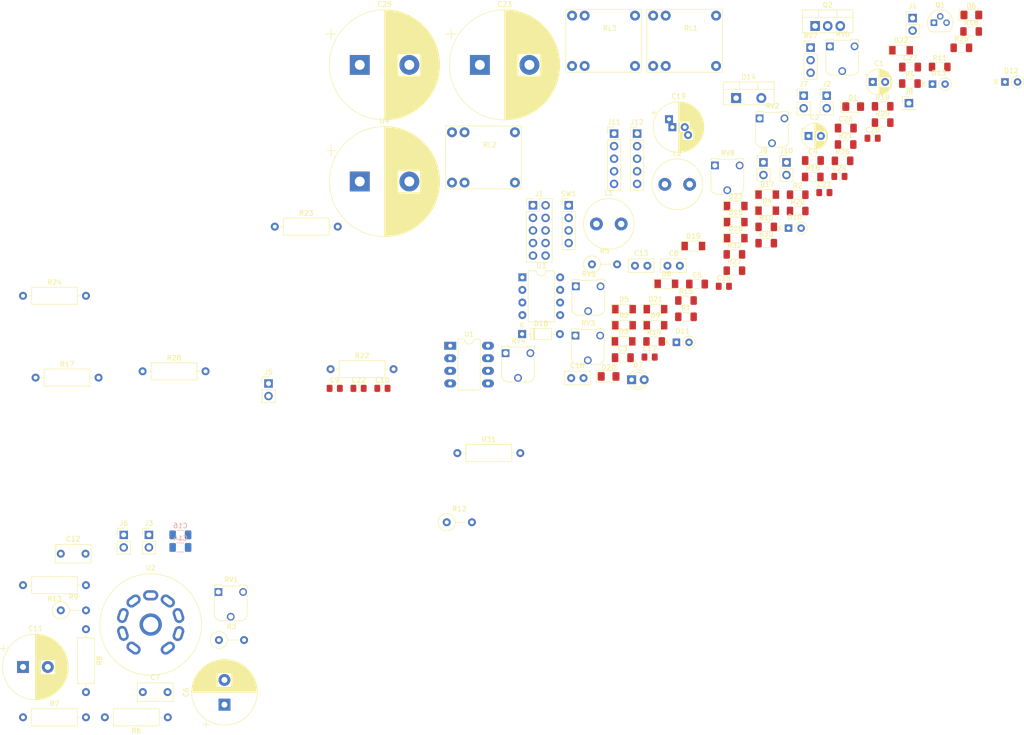
<source format=kicad_pcb>
(kicad_pcb (version 20211014) (generator pcbnew)
  (layers (0 "F.Cu" signal) (31 "B.Cu" signal) (34 "B.Paste" user) (35 "F.Paste" user) (36 "B.SilkS" user "B.Silkscreen") (37 "F.SilkS" user "F.Silkscreen") (38 "B.Mask" user) (39 "F.Mask" user) (44 "Edge.Cuts" user))
  (net 0 "")
  (net 1 "Net-(C1-Pad1)")
  (net 2 "GND")
  (net 3 "Net-(C2-Pad2)")
  (net 4 "Net-(C5-Pad2)")
  (net 5 "Net-(C6-Pad1)")
  (net 6 "Net-(C7-Pad1)")
  (net 7 "Net-(C7-Pad2)")
  (net 8 "Net-(C10-Pad1)")
  (net 9 "Net-(C8-Pad2)")
  (net 10 "Net-(C9-Pad2)")
  (net 11 "Net-(C10-Pad2)")
  (net 12 "Net-(C11-Pad1)")
  (net 13 "Net-(C12-Pad1)")
  (net 14 "Net-(C12-Pad2)")
  (net 15 "Net-(C13-Pad1)")
  (net 16 "Net-(C13-Pad2)")
  (net 17 "Net-(C14-Pad2)")
  (net 18 "Net-(C15-Pad2)")
  (net 19 "Net-(C16-Pad2)")
  (net 20 "Net-(C17-Pad2)")
  (net 21 "Net-(C18-Pad1)")
  (net 22 "/A In")
  (net 23 "+15V")
  (net 24 "Net-(C20-Pad2)")
  (net 25 "Net-(C22-Pad2)")
  (net 26 "Net-(C24-Pad2)")
  (net 27 "Net-(D1-Pad1)")
  (net 28 "Net-(D2-Pad1)")
  (net 29 "Net-(D2-Pad2)")
  (net 30 "Net-(D4-Pad1)")
  (net 31 "Net-(D8-Pad2)")
  (net 32 "Net-(D10-Pad1)")
  (net 33 "Net-(D11-Pad1)")
  (net 34 "Net-(D12-Pad2)")
  (net 35 "Net-(D14-Pad2)")
  (net 36 "Net-(D15-Pad2)")
  (net 37 "Net-(D16-Pad1)")
  (net 38 "/IS")
  (net 39 "Net-(D18-Pad1)")
  (net 40 "Net-(D18-Pad2)")
  (net 41 "Net-(D19-Pad2)")
  (net 42 "Net-(D20-Pad2)")
  (net 43 "-15V")
  (net 44 "VSSA")
  (net 45 "Net-(J10-Pad2)")
  (net 46 "Net-(J11-Pad2)")
  (net 47 "Net-(J11-Pad3)")
  (net 48 "Net-(J11-Pad4)")
  (net 49 "Net-(Q2-Pad1)")
  (net 50 "Net-(R3-Pad1)")
  (net 51 "Net-(R3-Pad2)")
  (net 52 "Net-(R4-Pad1)")
  (net 53 "Net-(R8-Pad1)")
  (net 54 "Net-(R11-Pad1)")
  (net 55 "Net-(R14-Pad1)")
  (net 56 "Net-(R15-Pad2)")
  (net 57 "Net-(R18-Pad1)")
  (net 58 "Net-(R19-Pad2)")
  (net 59 "/Fuzz in")
  (net 60 "Net-(R21-Pad1)")
  (net 61 "Net-(R22-Pad1)")
  (net 62 "Net-(R23-Pad2)")
  (net 63 "Net-(R25-Pad1)")
  (net 64 "Net-(R26-Pad2)")
  (net 65 "Net-(R28-Pad2)")
  (net 66 "Net-(R30-Pad2)")
  (net 67 "Net-(R32-Pad2)")
  (net 68 "Net-(RL1-Pad3)")
  (net 69 "/C Out")
  (net 70 "/A Out")
  (net 71 "/B Out")
  (footprint "Resistor_SMD:R_1206_3216Metric_Pad1.30x1.75mm_HandSolder" (layer "F.Cu") (at 200.750225 65.94)
    (fp_text reference "R2" (at 0 -1.82) (layer "F.SilkS"))
    (fp_text value "100")
    (pad "1" smd roundrect (at -1.55 0) (size 1.3 1.75) (layers "F.Cu" "F.Paste" "F.Mask") (roundrect_rratio 0.192308) (net 43 "-15V"))
    (pad "2" smd roundrect (at 1.55 0) (size 1.3 1.75) (layers "F.Cu" "F.Paste" "F.Mask") (roundrect_rratio 0.192308) (net 3 "Net-(C2-Pad2)"))
  )
  (footprint "Connector_PinHeader_2.54mm:PinHeader_1x02_P2.54mm_Vertical" (layer "F.Cu") (at 223.930225 30.28)
    (fp_text reference "J4" (at 0 -2.33) (layer "F.SilkS"))
    (fp_text value "Anode")
    (pad "1" thru_hole rect (at 0 0) (size 1.7 1.7) (drill 1) (layers *.Cu *.Mask) (net 44 "VSSA"))
    (pad "2" thru_hole oval (at 0 2.54) (size 1.7 1.7) (drill 1) (layers *.Cu *.Mask) (net 44 "VSSA"))
  )
  (footprint "LED_THT:LED_D3.0mm" (layer "F.Cu") (at 167.240225 103.3)
    (fp_text reference "D7" (at 1.27 -2.96) (layer "F.SilkS"))
    (fp_text value "Blue")
    (pad "1" thru_hole rect (at 0 0) (size 1.8 1.8) (drill 0.9) (layers *.Cu *.Mask) (net 2 "GND"))
    (pad "2" thru_hole circle (at 2.54 0) (size 1.8 1.8) (drill 0.9) (layers *.Cu *.Mask) (net 28 "Net-(D2-Pad1)"))
  )
  (footprint "Package_TO_SOT_THT:TO-92" (layer "F.Cu") (at 228.240225 31.21)
    (fp_text reference "Q1" (at 1.27 -3.56) (layer "F.SilkS"))
    (fp_text value "KT3107")
    (pad "1" thru_hole rect (at 0 0) (size 1.3 1.3) (drill 0.75) (layers *.Cu *.Mask) (net 2 "GND"))
    (pad "2" thru_hole circle (at 1.27 -1.27) (size 1.3 1.3) (drill 0.75) (layers *.Cu *.Mask) (net 40 "Net-(D18-Pad2)"))
    (pad "3" thru_hole circle (at 2.54 0) (size 1.3 1.3) (drill 0.75) (layers *.Cu *.Mask) (net 39 "Net-(D18-Pad1)"))
  )
  (footprint "Inductor_THT:L_Radial_D10.0mm_P5.00mm_Fastron_07M" (layer "F.Cu") (at 160.140225 71.85)
    (fp_text reference "L1" (at 2.5 -6.25) (layer "F.SilkS"))
    (fp_text value "680uH")
    (pad "1" thru_hole circle (at 0 0) (size 2.6 2.6) (drill 1.3) (layers *.Cu *.Mask) (net 23 "+15V"))
    (pad "2" thru_hole circle (at 5 0) (size 2.6 2.6) (drill 1.3) (layers *.Cu *.Mask) (net 35 "Net-(D14-Pad2)"))
  )
  (footprint "Capacitor_SMD:C_0805_2012Metric_Pad1.18x1.45mm_HandSolder" (layer "F.Cu") (at 206.130225 65.51)
    (fp_text reference "C21" (at 0 -1.68) (layer "F.SilkS"))
    (fp_text value "4,7")
    (pad "1" smd roundrect (at -1.0375 0) (size 1.175 1.45) (layers "F.Cu" "F.Paste" "F.Mask") (roundrect_rratio 0.212766) (net 2 "GND"))
    (pad "2" smd roundrect (at 1.0375 0) (size 1.175 1.45) (layers "F.Cu" "F.Paste" "F.Mask") (roundrect_rratio 0.212766) (net 23 "+15V"))
  )
  (footprint "dz_lib:HK4100F" (layer "F.Cu") (at 176.665225 34.865)
    (fp_text reference "RL1" (at 2.54 -2.54 unlocked) (layer "F.SilkS"))
    (fp_text value "HK4100F")
    (pad "1" thru_hole circle (at 7.62 -5.08) (size 2 2) (drill 1) (layers *.Cu *.Mask) (net 64 "Net-(R26-Pad2)"))
    (pad "2" thru_hole circle (at -2.54 -5.08) (size 2 2) (drill 1) (layers *.Cu *.Mask) (net 63 "Net-(R25-Pad1)"))
    (pad "3" thru_hole circle (at -5.08 -5.08) (size 2 2) (drill 1) (layers *.Cu *.Mask) (net 68 "Net-(RL1-Pad3)"))
    (pad "4" thru_hole circle (at -5.08 5.08) (size 2 2) (drill 1) (layers *.Cu *.Mask) (net 69 "/C Out"))
    (pad "5" thru_hole circle (at -2.54 5.08) (size 2 2) (drill 1) (layers *.Cu *.Mask) (net 36 "Net-(D15-Pad2)"))
    (pad "6" thru_hole circle (at 7.62 5.08) (size 2 2) (drill 1) (layers *.Cu *.Mask) (net 64 "Net-(R26-Pad2)"))
  )
  (footprint "Diode_THT:D_DO-34_SOD68_P2.54mm_Vertical_KathodeUp" (layer "F.Cu") (at 227.950225 43.61066)
    (fp_text reference "D13" (at 1.27 -2.25566) (layer "F.SilkS"))
    (fp_text value "1n34a")
    (fp_text user "K" (at -1.75 0) (layer "F.SilkS"))
    (pad "1" thru_hole rect (at 0 0) (size 1.5 1.5) (drill 0.75) (layers *.Cu *.Mask) (net 34 "Net-(D12-Pad2)"))
    (pad "2" thru_hole oval (at 2.54 0) (size 1.5 1.5) (drill 0.75) (layers *.Cu *.Mask) (net 33 "Net-(D11-Pad1)"))
  )
  (footprint "Resistor_THT:R_Axial_DIN0309_L9.0mm_D3.2mm_P12.70mm_Horizontal" (layer "F.Cu") (at 44.45 86.36)
    (fp_text reference "R24" (at 6.35 -2.72) (layer "F.SilkS"))
    (fp_text value "510k")
    (pad "1" thru_hole circle (at 0 0) (size 1.6 1.6) (drill 0.8) (layers *.Cu *.Mask) (net 62 "Net-(R23-Pad2)"))
    (pad "2" thru_hole oval (at 12.7 0) (size 1.6 1.6) (drill 0.8) (layers *.Cu *.Mask) (net 25 "Net-(C22-Pad2)"))
  )
  (footprint "dz_lib:HK4100F" (layer "F.Cu") (at 136.075225 58.415)
    (fp_text reference "RL2" (at 2.54 -2.54 unlocked) (layer "F.SilkS"))
    (fp_text value "HK4100F")
    (pad "1" thru_hole circle (at 7.62 -5.08) (size 2 2) (drill 1) (layers *.Cu *.Mask) (net 68 "Net-(RL1-Pad3)"))
    (pad "2" thru_hole circle (at -2.54 -5.08) (size 2 2) (drill 1) (layers *.Cu *.Mask) (net 66 "Net-(R30-Pad2)"))
    (pad "3" thru_hole circle (at -5.08 -5.08) (size 2 2) (drill 1) (layers *.Cu *.Mask) (net 70 "/A Out"))
    (pad "4" thru_hole circle (at -5.08 5.08) (size 2 2) (drill 1) (layers *.Cu *.Mask) (net 71 "/B Out"))
    (pad "5" thru_hole circle (at -2.54 5.08) (size 2 2) (drill 1) (layers *.Cu *.Mask) (net 41 "Net-(D19-Pad2)"))
    (pad "6" thru_hole circle (at 7.62 5.08) (size 2 2) (drill 1) (layers *.Cu *.Mask) (net 68 "Net-(RL1-Pad3)"))
  )
  (footprint "Connector_PinHeader_2.54mm:PinHeader_2x05_P2.54mm_Vertical" (layer "F.Cu") (at 147.340225 68.08)
    (fp_text reference "J1" (at 1.27 -2.33) (layer "F.SilkS"))
    (fp_text value "ModPower")
    (pad "1" thru_hole rect (at 0 0) (size 1.7 1.7) (drill 1) (layers *.Cu *.Mask) (net 23 "+15V"))
    (pad "2" thru_hole oval (at 2.54 0) (size 1.7 1.7) (drill 1) (layers *.Cu *.Mask) (net 23 "+15V"))
    (pad "3" thru_hole oval (at 0 2.54) (size 1.7 1.7) (drill 1) (layers *.Cu *.Mask) (net 2 "GND"))
    (pad "4" thru_hole oval (at 2.54 2.54) (size 1.7 1.7) (drill 1) (layers *.Cu *.Mask) (net 2 "GND"))
    (pad "5" thru_hole oval (at 0 5.08) (size 1.7 1.7) (drill 1) (layers *.Cu *.Mask) (net 2 "GND"))
    (pad "6" thru_hole oval (at 2.54 5.08) (size 1.7 1.7) (drill 1) (layers *.Cu *.Mask) (net 2 "GND"))
    (pad "7" thru_hole oval (at 0 7.62) (size 1.7 1.7) (drill 1) (layers *.Cu *.Mask) (net 2 "GND"))
    (pad "8" thru_hole oval (at 2.54 7.62) (size 1.7 1.7) (drill 1) (layers *.Cu *.Mask) (net 2 "GND"))
    (pad "9" thru_hole oval (at 0 10.16) (size 1.7 1.7) (drill 1) (layers *.Cu *.Mask) (net 43 "-15V"))
    (pad "10" thru_hole oval (at 2.54 10.16) (size 1.7 1.7) (drill 1) (layers *.Cu *.Mask) (net 43 "-15V"))
  )
  (footprint "Resistor_SMD:R_1206_3216Metric_Pad1.30x1.75mm_HandSolder" (layer "F.Cu") (at 194.400225 72.44)
    (fp_text reference "R10" (at 0 -1.82) (layer "F.SilkS"))
    (fp_text value "10k")
    (pad "1" smd roundrect (at -1.55 0) (size 1.3 1.75) (layers "F.Cu" "F.Paste" "F.Mask") (roundrect_rratio 0.192308) (net 8 "Net-(C10-Pad1)"))
    (pad "2" smd roundrect (at 1.55 0) (size 1.3 1.75) (layers "F.Cu" "F.Paste" "F.Mask") (roundrect_rratio 0.192308) (net 9 "Net-(C8-Pad2)"))
  )
  (footprint "Package_TO_SOT_THT:TO-220-2_Vertical" (layer "F.Cu") (at 188.330225 46.43)
    (fp_text reference "D14" (at 2.54 -4.27) (layer "F.SilkS"))
    (fp_text value "КД641Е")
    (pad "1" thru_hole rect (at 0 0) (size 2 2) (drill 1.1) (layers *.Cu *.Mask) (net 25 "Net-(C22-Pad2)"))
    (pad "2" thru_hole oval (at 5.08 0) (size 2 2) (drill 1.1) (layers *.Cu *.Mask) (net 35 "Net-(D14-Pad2)"))
  )
  (footprint "Package_DIP:DIP-8_W7.62mm_LongPads" (layer "F.Cu") (at 130.640225 96.43)
    (fp_text reference "U1" (at 3.81 -2.33) (layer "F.SilkS"))
    (fp_text value "TL072")
    (pad "1" thru_hole rect (at 0 0) (size 2.4 1.6) (drill 0.8) (layers *.Cu *.Mask) (net 15 "Net-(C13-Pad1)"))
    (pad "2" thru_hole oval (at 0 2.54) (size 2.4 1.6) (drill 0.8) (layers *.Cu *.Mask) (net 56 "Net-(R15-Pad2)"))
    (pad "3" thru_hole oval (at 0 5.08) (size 2.4 1.6) (drill 0.8) (layers *.Cu *.Mask) (net 2 "GND"))
    (pad "4" thru_hole oval (at 0 7.62) (size 2.4 1.6) (drill 0.8) (layers *.Cu *.Mask) (net 3 "Net-(C2-Pad2)"))
    (pad "5" thru_hole oval (at 7.62 7.62) (size 2.4 1.6) (drill 0.8) (layers *.Cu *.Mask) (net 2 "GND"))
    (pad "6" thru_hole oval (at 7.62 5.08) (size 2.4 1.6) (drill 0.8) (layers *.Cu *.Mask) (net 9 "Net-(C8-Pad2)"))
    (pad "7" thru_hole oval (at 7.62 2.54) (size 2.4 1.6) (drill 0.8) (layers *.Cu *.Mask) (net 8 "Net-(C10-Pad1)"))
    (pad "8" thru_hole oval (at 7.62 0) (size 2.4 1.6) (drill 0.8) (layers *.Cu *.Mask) (net 1 "Net-(C1-Pad1)"))
  )
  (footprint "Resistor_THT:R_Axial_DIN0309_L9.0mm_D3.2mm_P12.70mm_Horizontal" (layer "F.Cu") (at 73.66 171.45 180)
    (fp_text reference "R6" (at 6.35 -2.72) (layer "F.SilkS"))
    (fp_text value "220k 1w")
    (pad "1" thru_hole circle (at 0 0 180) (size 1.6 1.6) (drill 0.8) (layers *.Cu *.Mask) (net 7 "Net-(C7-Pad2)"))
    (pad "2" thru_hole oval (at 12.7 0 180) (size 1.6 1.6) (drill 0.8) (layers *.Cu *.Mask) (net 5 "Net-(C6-Pad1)"))
  )
  (footprint "Capacitor_THT:CP_Radial_D22.0mm_P10.00mm_SnapIn" (layer "F.Cu") (at 136.624562 39.73)
    (fp_text reference "C23" (at 5 -12.25) (layer "F.SilkS"))
    (fp_text value "100,0 x 450v")
    (pad "1" thru_hole rect (at 0 0) (size 4 4) (drill 2) (layers *.Cu *.Mask) (net 25 "Net-(C22-Pad2)"))
    (pad "2" thru_hole circle (at 10 0) (size 4 4) (drill 2) (layers *.Cu *.Mask) (net 2 "GND"))
  )
  (footprint "Diode_SMD:D_MiniMELF" (layer "F.Cu") (at 179.700225 76.3)
    (fp_text reference "D19" (at 0 -2) (layer "F.SilkS"))
    (fp_text value "LL4148")
    (pad "1" smd rect (at -1.75 0) (size 1.3 1.7) (layers "F.Cu" "F.Paste" "F.Mask") (net 23 "+15V"))
    (pad "2" smd rect (at 1.75 0) (size 1.3 1.7) (layers "F.Cu" "F.Paste" "F.Mask") (net 41 "Net-(D19-Pad2)"))
  )
  (footprint "Capacitor_THT:CP_Radial_D5.0mm_P2.50mm" (layer "F.Cu") (at 202.93 54.09)
    (fp_text reference "C2" (at 1.25 -3.75) (layer "F.SilkS"))
    (fp_text value "47,0 25v")
    (pad "1" thru_hole rect (at 0 0) (size 1.6 1.6) (drill 0.8) (layers *.Cu *.Mask) (net 2 "GND"))
    (pad "2" thru_hole circle (at 2.5 0) (size 1.6 1.6) (drill 0.8) (layers *.Cu *.Mask) (net 3 "Net-(C2-Pad2)"))
  )
  (footprint "Diode_THT:D_DO-34_SOD68_P2.54mm_Vertical_KathodeUp" (layer "F.Cu") (at 242.57 43.18)
    (fp_text reference "D12" (at 1.27 -2.25566) (layer "F.SilkS"))
    (fp_text value "1n34a")
    (fp_text user "K" (at -1.75 0) (layer "F.SilkS"))
    (pad "1" thru_hole rect (at 0 0) (size 1.5 1.5) (drill 0.75) (layers *.Cu *.Mask) (net 2 "GND"))
    (pad "2" thru_hole oval (at 2.54 0) (size 1.5 1.5) (drill 0.75) (layers *.Cu *.Mask) (net 34 "Net-(D12-Pad2)"))
  )
  (footprint "Resistor_SMD:R_1206_3216Metric_Pad1.30x1.75mm_HandSolder" (layer "F.Cu") (at 194.400225 75.73)
    (fp_text reference "R30" (at 0 -1.82) (layer "F.SilkS"))
    (fp_text value "220")
    (pad "1" smd roundrect (at -1.55 0) (size 1.3 1.75) (layers "F.Cu" "F.Paste" "F.Mask") (roundrect_rratio 0.192308) (net 23 "+15V"))
    (pad "2" smd roundrect (at 1.55 0) (size 1.3 1.75) (layers "F.Cu" "F.Paste" "F.Mask") (roundrect_rratio 0.192308) (net 66 "Net-(R30-Pad2)"))
  )
  (footprint "Capacitor_THT:CP_Radial_D13.0mm_P5.00mm" (layer "F.Cu") (at 44.45 161.29)
    (fp_text reference "C11" (at 2.5 -7.75) (layer "F.SilkS"))
    (fp_text value "22,0 450v")
    (pad "1" thru_hole rect (at 0 0) (size 2.4 2.4) (drill 1.2) (layers *.Cu *.Mask) (net 12 "Net-(C11-Pad1)"))
    (pad "2" thru_hole circle (at 5 0) (size 2.4 2.4) (drill 1.2) (layers *.Cu *.Mask) (net 2 "GND"))
  )
  (footprint "Resistor_SMD:R_1206_3216Metric_Pad1.30x1.75mm_HandSolder" (layer "F.Cu") (at 209.800225 59.1)
    (fp_text reference "R26" (at 0 -1.82) (layer "F.SilkS"))
    (fp_text value "1m")
    (pad "1" smd roundrect (at -1.55 0) (size 1.3 1.75) (layers "F.Cu" "F.Paste" "F.Mask") (roundrect_rratio 0.192308) (net 2 "GND"))
    (pad "2" smd roundrect (at 1.55 0) (size 1.3 1.75) (layers "F.Cu" "F.Paste" "F.Mask") (roundrect_rratio 0.192308) (net 64 "Net-(R26-Pad2)"))
  )
  (footprint "Diode_THT:D_DO-35_SOD27_P7.62mm_Horizontal" (layer "F.Cu") (at 145.150225 94.08)
    (fp_text reference "D18" (at 3.81 -2.12) (layer "F.SilkS"))
    (fp_text value "1N4148")
    (fp_text user "K" (at 0 -1.8) (layer "F.SilkS"))
    (pad "1" thru_hole rect (at 0 0) (size 1.6 1.6) (drill 0.8) (layers *.Cu *.Mask) (net 39 "Net-(D18-Pad1)"))
    (pad "2" thru_hole oval (at 7.62 0) (size 1.6 1.6) (drill 0.8) (layers *.Cu *.Mask) (net 40 "Net-(D18-Pad2)"))
  )
  (footprint "Capacitor_SMD:C_1206_3216Metric_Pad1.33x1.80mm_HandSolder" (layer "F.Cu") (at 223.420225 40.18)
    (fp_text reference "C27" (at 0 -1.85) (layer "F.SilkS"))
    (fp_text value "0,1")
    (pad "1" smd roundrect (at -1.5625 0) (size 1.325 1.8) (layers "F.Cu" "F.Paste" "F.Mask") (roundrect_rratio 0.188679) (net 3 "Net-(C2-Pad2)"))
    (pad "2" smd roundrect (at 1.5625 0) (size 1.325 1.8) (layers "F.Cu" "F.Paste" "F.Mask") (roundrect_rratio 0.188679) (net 2 "GND"))
  )
  (footprint "Valve:Valve_ECC-83-2" (layer "F.Cu") (at 73.66 157.48)
    (fp_text reference "U2" (at -3.45 -16.18) (layer "F.SilkS"))
    (fp_text value "ECC88")
    (pad "1" thru_hole oval (at 0 0 306) (size 2.03 3.05) (drill oval 1.02 2.03) (layers *.Cu *.Mask) (net 7 "Net-(C7-Pad2)"))
    (pad "2" thru_hole oval (at 2.15 -2.93 342) (size 2.03 3.05) (drill oval 1.02 2.03) (layers *.Cu *.Mask) (net 50 "Net-(R3-Pad1)"))
    (pad "2" thru_hole circle (at -3.45 -4.75) (size 4.5 4.5) (drill 3.1) (layers *.Cu *.Mask) (net 50 "Net-(R3-Pad1)"))
    (pad "3" thru_hole oval (at 2.15 -6.58 18) (size 2.03 3.05) (drill oval 1.02 2.03) (layers *.Cu *.Mask) (net 4 "Net-(C5-Pad2)"))
    (pad "4" thru_hole oval (at 0 -9.51 54) (size 2.03 3.05) (drill oval 1.02 2.03) (layers *.Cu *.Mask) (net 17 "Net-(C14-Pad2)"))
    (pad "5" thru_hole oval (at -3.45 -10.65 90) (size 2.03 3.05) (drill oval 1.02 2.03) (layers *.Cu *.Mask) (net 19 "Net-(C16-Pad2)"))
    (pad "6" thru_hole oval (at -6.91 -9.51 306) (size 2.03 3.05) (drill oval 1.02 2.03) (layers *.Cu *.Mask) (net 14 "Net-(C12-Pad2)"))
    (pad "7" thru_hole oval (at -9.06 -6.58 342) (size 2.03 3.05) (drill oval 1.02 2.03) (layers *.Cu *.Mask) (net 53 "Net-(R8-Pad1)"))
    (pad "8" thru_hole oval (at -9.06 -2.97 18) (size 2.03 3.05) (drill oval 1.02 2.03) (layers *.Cu *.Mask) (net 10 "Net-(C9-Pad2)"))
    (pad "9" thru_hole oval (at -6.91 0 54) (size 2.03 3.05) (drill oval 1.02 2.03) (layers *.Cu *.Mask))
  )
  (footprint "Connector_PinHeader_2.54mm:PinHeader_1x05_P2.54mm_Vertical" (layer "F.Cu") (at 168.350225 53.6)
    (fp_text reference "J12" (at 0 -2.33) (layer "F.SilkS"))
    (fp_text value "In'")
    (pad "1" thru_hole rect (at 0 0) (size 1.7 1.7) (drill 1) (layers *.Cu *.Mask) (net 2 "GND"))
    (pad "2" thru_hole oval (at 0 2.54) (size 1.7 1.7) (drill 1) (layers *.Cu *.Mask) (net 46 "Net-(J11-Pad2)"))
    (pad "3" thru_hole oval (at 0 5.08) (size 1.7 1.7) (drill 1) (layers *.Cu *.Mask) (net 47 "Net-(J11-Pad3)"))
    (pad "4" thru_hole oval (at 0 7.62) (size 1.7 1.7) (drill 1) (layers *.Cu *.Mask) (net 48 "Net-(J11-Pad4)"))
    (pad "5" thru_hole oval (at 0 10.16) (size 1.7 1.7) (drill 1) (layers *.Cu *.Mask) (net 2 "GND"))
  )
  (footprint "Resistor_SMD:R_1206_3216Metric_Pad1.30x1.75mm_HandSolder" (layer "F.Cu") (at 223.390225 43.5)
    (fp_text reference "R4" (at 0 -1.82) (layer "F.SilkS"))
    (fp_text value "10k")
    (pad "1" smd roundrect (at -1.55 0) (size 1.3 1.75) (layers "F.Cu" "F.Paste" "F.Mask") (roundrect_rratio 0.192308) (net 52 "Net-(R4-Pad1)"))
    (pad "2" smd roundrect (at 1.55 0) (size 1.3 1.75) (layers "F.Cu" "F.Paste" "F.Mask") (roundrect_rratio 0.192308) (net 22 "/A In"))
  )
  (footprint "Resistor_THT:R_Axial_DIN0309_L9.0mm_D3.2mm_P12.70mm_Horizontal" (layer "F.Cu") (at 57.15 153.67 -90)
    (fp_text reference "R8" (at 6.35 -2.72 90) (layer "F.SilkS"))
    (fp_text value "470k")
    (pad "1" thru_hole circle (at 0 0 270) (size 1.6 1.6) (drill 0.8) (layers *.Cu *.Mask) (net 53 "Net-(R8-Pad1)"))
    (pad "2" thru_hole oval (at 12.7 0 270) (size 1.6 1.6) (drill 0.8) (layers *.Cu *.Mask) (net 6 "Net-(C7-Pad1)"))
  )
  (footprint "Connector_PinHeader_2.54mm:PinHeader_1x02_P2.54mm_Vertical" (layer "F.Cu") (at 69.85 134.62)
    (fp_text reference "J3" (at 0 -2.33) (layer "F.SilkS"))
    (fp_text value "Heater")
    (pad "1" thru_hole rect (at 0 0) (size 1.7 1.7) (drill 1) (layers *.Cu *.Mask) (net 19 "Net-(C16-Pad2)"))
    (pad "2" thru_hole oval (at 0 2.54) (size 1.7 1.7) (drill 1) (layers *.Cu *.Mask) (net 17 "Net-(C14-Pad2)"))
  )
  (footprint "Resistor_SMD:R_1206_3216Metric_Pad1.30x1.75mm_HandSolder" (layer "F.Cu") (at 178.210225 90.59)
    (fp_text reference "R1" (at 0 -1.82) (layer "F.SilkS"))
    (fp_text value "100")
    (pad "1" smd roundrect (at -1.55 0) (size 1.3 1.75) (layers "F.Cu" "F.Paste" "F.Mask") (roundrect_rratio 0.192308) (net 23 "+15V"))
    (pad "2" smd roundrect (at 1.55 0) (size 1.3 1.75) (layers "F.Cu" "F.Paste" "F.Mask") (roundrect_rratio 0.192308) (net 1 "Net-(C1-Pad1)"))
  )
  (footprint "Connector_PinHeader_2.54mm:PinHeader_1x02_P2.54mm_Vertical" (layer "F.Cu") (at 201.950225 45.94)
    (fp_text reference "J7" (at 0 -2.33) (layer "F.SilkS"))
    (fp_text value "Chan Switch")
    (pad "1" thru_hole rect (at 0 0) (size 1.7 1.7) (drill 1) (layers *.Cu *.Mask) (net 41 "Net-(D19-Pad2)"))
    (pad "2" thru_hole oval (at 0 2.54) (size 1.7 1.7) (drill 1) (layers *.Cu *.Mask) (net 37 "Net-(D16-Pad1)"))
  )
  (footprint "Resistor_THT:R_Axial_DIN0309_L9.0mm_D3.2mm_P12.70mm_Horizontal" (layer "F.Cu") (at 68.58 101.6)
    (fp_text reference "R28" (at 6.35 -2.72) (layer "F.SilkS"))
    (fp_text value "100k 1w")
    (pad "1" thru_hole circle (at 0 0) (size 1.6 1.6) (drill 0.8) (layers *.Cu *.Mask) (net 26 "Net-(C24-Pad2)"))
    (pad "2" thru_hole oval (at 12.7 0) (size 1.6 1.6) (drill 0.8) (layers *.Cu *.Mask) (net 65 "Net-(R28-Pad2)"))
  )
  (footprint "Package_DIP:DIP-8_W7.62mm" (layer "F.Cu") (at 145.200225 82.63)
    (fp_text reference "U3" (at 3.81 -2.33) (layer "F.SilkS"))
    (fp_text value "MC34063AP")
    (pad "1" thru_hole rect (at 0 0) (size 1.6 1.6) (drill 0.8) (layers *.Cu *.Mask) (net 23 "+15V"))
    (pad "2" thru_hole oval (at 0 2.54) (size 1.6 1.6) (drill 0.8) (layers *.Cu *.Mask) (net 40 "Net-(D18-Pad2)"))
    (pad "3" thru_hole oval (at 0 5.08) (size 1.6 1.6) (drill 0.8) (layers *.Cu *.Mask) (net 20 "Net-(C17-Pad2)"))
    (pad "4" thru_hole oval (at 0 7.62) (size 1.6 1.6) (drill 0.8) (layers *.Cu *.Mask) (net 2 "GND"))
    (pad "5" thru_hole oval (at 7.62 7.62) (size 1.6 1.6) (drill 0.8) (layers *.Cu *.Mask) (net 24 "Net-(C20-Pad2)"))
    (pad "6" thru_hole oval (at 7.62 5.08) (size 1.6 1.6) (drill 0.8) (layers *.Cu *.Mask) (net 23 "+15V"))
    (pad "7" thru_hole oval (at 7.62 2.54) (size 1.6 1.6) (drill 0.8) (layers *.Cu *.Mask) (net 61 "Net-(R22-Pad1)"))
    (pad "8" thru_hole oval (at 7.62 0) (size 1.6 1.6) (drill 0.8) (layers *.Cu *.Mask) (net 23 "+15V"))
  )
  (footprint "Capacitor_SMD:C_1206_3216Metric_Pad1.33x1.80mm_HandSolder" (layer "F.Cu") (at 203.820225 59.04)
    (fp_text reference "C4" (at 0 -1.85) (layer "F.SilkS"))
    (fp_text value "0,1")
    (pad "1" smd roundrect (at -1.5625 0) (size 1.325 1.8) (layers "F.Cu" "F.Paste" "F.Mask") (roundrect_rratio 0.188679) (net 3 "Net-(C2-Pad2)"))
    (pad "2" smd roundrect (at 1.5625 0) (size 1.325 1.8) (layers "F.Cu" "F.Paste" "F.Mask") (roundrect_rratio 0.188679) (net 2 "GND"))
  )
  (footprint "Resistor_SMD:R_1206_3216Metric_Pad1.30x1.75mm_HandSolder" (layer "F.Cu") (at 200.750225 69.23)
    (fp_text reference "R20" (at 0 -1.82) (layer "F.SilkS"))
    (fp_text value "10k")
    (pad "1" smd roundrect (at -1.55 0) (size 1.3 1.75) (layers "F.Cu" "F.Paste" "F.Mask") (roundrect_rratio 0.192308) (net 21 "Net-(C18-Pad1)"))
    (pad "2" smd roundrect (at 1.55 0) (size 1.3 1.75) (layers "F.Cu" "F.Paste" "F.Mask") (roundrect_rratio 0.192308) (net 59 "/Fuzz in"))
  )
  (footprint "Package_TO_SOT_THT:TO-220-3_Vertical" (layer "F.Cu") (at 204.260225 31.88)
    (fp_text reference "Q2" (at 2.54 -4.27) (layer "F.SilkS"))
    (fp_text value "IRF830")
    (pad "1" thru_hole rect (at 0 0) (size 1.905 2) (drill 1.1) (layers *.Cu *.Mask) (net 49 "Net-(Q2-Pad1)"))
    (pad "2" thru_hole oval (at 2.54 0) (size 1.905 2) (drill 1.1) (layers *.Cu *.Mask) (net 35 "Net-(D14-Pad2)"))
    (pad "3" thru_hole oval (at 5.08 0) (size 1.905 2) (drill 1.1) (layers *.Cu *.Mask) (net 2 "GND"))
  )
  (footprint "Capacitor_THT:CP_Radial_D22.0mm_P10.00mm_SnapIn" (layer "F.Cu") (at 112.394562 39.73)
    (fp_text reference "C25" (at 5 -12.25) (layer "F.SilkS"))
    (fp_text value "100,0 x 450v")
    (pad "1" thru_hole rect (at 0 0) (size 4 4) (drill 2) (layers *.Cu *.Mask) (net 26 "Net-(C24-Pad2)"))
    (pad "2" thru_hole circle (at 10 0) (size 4 4) (drill 2) (layers *.Cu *.Mask) (net 2 "GND"))
  )
  (footprint "Connector_PinHeader_2.54mm:PinHeader_1x01_P2.54mm_Vertical" (layer "F.Cu") (at 223.190225 47.47)
    (fp_text reference "J8" (at 0 -2.33) (layer "F.SilkS"))
    (fp_text value "Instrument Switch")
    (pad "1" thru_hole rect (at 0 0) (size 1.7 1.7) (drill 1) (layers *.Cu *.Mask) (net 38 "/IS"))
  )
  (footprint "Resistor_SMD:R_1206_3216Metric_Pad1.30x1.75mm_HandSolder" (layer "F.Cu") (at 229.400225 40.15)
    (fp_text reference "R11" (at 0 -1.82) (layer "F.SilkS"))
    (fp_text value "4,7k")
    (pad "1" smd roundrect (at -1.55 0) (size 1.3 1.75) (layers "F.Cu" "F.Paste" "F.Mask") (roundrect_rratio 0.192308) (net 54 "Net-(R11-Pad1)"))
    (pad "2" smd roundrect (at 1.55 0) (size 1.3 1.75) (layers "F.Cu" "F.Paste" "F.Mask") (roundrect_rratio 0.192308) (net 22 "/A In"))
  )
  (footprint "Resistor_SMD:R_1206_3216Metric_Pad1.30x1.75mm_HandSolder" (layer "F.Cu") (at 187.980225 81.28)
    (fp_text reference "R27" (at 0 -1.82) (layer "F.SilkS"))
    (fp_text value "1k")
    (pad "1" smd roundrect (at -1.55 0) (size 1.3 1.75) (layers "F.Cu" "F.Paste" "F.Mask") (roundrect_rratio 0.192308) (net 40 "Net-(D18-Pad2)"))
    (pad "2" smd roundrect (at 1.55 0) (size 1.3 1.75) (layers "F.Cu" "F.Paste" "F.Mask") (roundrect_rratio 0.192308) (net 2 "GND"))
  )
  (footprint "Resistor_THT:R_Axial_DIN0309_L9.0mm_D3.2mm_P5.08mm_Vertical" (layer "F.Cu") (at 159.240225 80)
    (fp_text reference "R5" (at 2.54 -2.72) (layer "F.SilkS"))
    (fp_text value "1,5k 1/2w")
    (pad "1" thru_hole circle (at 0 0) (size 1.6 1.6) (drill 0.8) (layers *.Cu *.Mask) (net 2 "GND"))
    (pad "2" thru_hole oval (at 5.08 0) (size 1.6 1.6) (drill 0.8) (layers *.Cu *.Mask) (net 4 "Net-(C5-Pad2)"))
  )
  (footprint "Resistor_THT:R_Axial_DIN0309_L9.0mm_D3.2mm_P12.70mm_Horizontal" (layer "F.Cu") (at 46.99 102.87)
    (fp_text reference "R17" (at 6.35 -2.72) (layer "F.SilkS"))
    (fp_text value "4,7k 1w")
    (pad "1" thru_hole circle (at 0 0) (size 1.6 1.6) (drill 0.8) (layers *.Cu *.Mask) (net 44 "VSSA"))
    (pad "2" thru_hole oval (at 12.7 0) (size 1.6 1.6) (drill 0.8) (layers *.Cu *.Mask) (net 12 "Net-(C11-Pad1)"))
  )
  (footprint "Resistor_SMD:R_1206_3216Metric_Pad1.30x1.75mm_HandSolder" (layer "F.Cu") (at 217.890225 48.1)
    (fp_text reference "R19" (at 0 -1.82) (layer "F.SilkS"))
    (fp_text value "470")
    (pad "1" smd roundrect (at -1.55 0) (size 1.3 1.75) (layers "F.Cu" "F.Paste" "F.Mask") (roundrect_rratio 0.192308) (net 33 "Net-(D11-Pad1)"))
    (pad "2" smd roundrect (at 1.55 0) (size 1.3 1.75) (layers "F.Cu" "F.Paste" "F.Mask") (roundrect_rratio 0.192308) (net 58 "Net-(R19-Pad2)"))
  )
  (footprint "Capacitor_THT:C_Disc_D5.0mm_W2.5mm_P2.50mm" (layer "F.Cu") (at 167.920225 80.28)
    (fp_text reference "C13" (at 1.25 -2.5) (layer "F.SilkS"))
    (fp_text value "33")
    (pad "1" thru_hole circle (at 0 0) (size 1.6 1.6) (drill 0.8) (layers *.Cu *.Mask) (net 15 "Net-(C13-Pad1)"))
    (pad "2" thru_hole circle (at 2.5 0) (size 1.6 1.6) (drill 0.8) (layers *.Cu *.Mask) (net 16 "Net-(C13-Pad2)"))
  )
  (footprint "Resistor_THT:R_Axial_DIN0309_L9.0mm_D3.2mm_P12.70mm_Horizontal" (layer "F.Cu") (at 95.25 72.39)
    (fp_text reference "R23" (at 6.35 -2.72) (layer "F.SilkS"))
    (fp_text value "510k")
    (pad "1" thru_hole circle (at 0 0) (size 1.6 1.6) (drill 0.8) (layers *.Cu *.Mask) (net 24 "Net-(C20-Pad2)"))
    (pad "2" thru_hole oval (at 12.7 0) (size 1.6 1.6) (drill 0.8) (layers *.Cu *.Mask) (net 62 "Net-(R23-Pad2)"))
  )
  (footprint "Inductor_THT:L_Radial_D10.0mm_P5.00mm_Fastron_07M" (layer "F.Cu") (at 173.950225 63.85)
    (fp_text reference "L2" (at 2.5 -6.25) (layer "F.SilkS"))
    (fp_text value "50uH")
    (pad "1" thru_hole circle (at 0 0) (size 2.6 2.6) (drill 1.3) (layers *.Cu *.Mask) (net 25 "Net-(C22-Pad2)"))
    (pad "2" thru_hole circle (at 5 0) (size 2.6 2.6) (drill 1.3) (layers *.Cu *.Mask) (net 26 "Net-(C24-Pad2)"))
  )
  (footprint "Resistor_SMD:R_1206_3216Metric_Pad1.30x1.75mm_HandSolder" (layer "F.Cu") (at 210.420225 55.81)
    (fp_text reference "R21" (at 0 -1.82) (layer "F.SilkS"))
    (fp_text value "4,7k")
    (pad "1" smd roundrect (at -1.55 0) (size 1.3 1.75) (layers "F.Cu" "F.Paste" "F.Mask") (roundrect_rratio 0.192308) (net 60 "Net-(R21-Pad1)"))
    (pad "2" smd roundrect (at 1.55 0) (size 1.3 1.75) (layers "F.Cu" "F.Paste" "F.Mask") (roundrect_rratio 0.192308) (net 21 "Net-(C18-Pad1)"))
  )
  (footprint "Resistor_THT:R_Axial_DIN0309_L9.0mm_D3.2mm_P12.70mm_Horizontal" (layer "F.Cu") (at 132.08 118.11)
    (fp_text reference "R31" (at 6.35 -2.72) (layer "F.SilkS"))
    (fp_text value "100k 1w")
    (pad "1" thru_hole circle (at 0 0) (size 1.6 1.6) (drill 0.8) (layers *.Cu *.Mask) (net 65 "Net-(R28-Pad2)"))
    (pad "2" thru_hole oval (at 12.7 0) (size 1.6 1.6) (drill 0.8) (layers *.Cu *.Mask) (net 42 "Net-(D20-Pad2)"))
  )
  (footprint "Resistor_THT:R_Axial_DIN0309_L9.0mm_D3.2mm_P12.70mm_Horizontal" (layer "F.Cu") (at 44.45 171.45)
    (fp_text reference "R7" (at 6.35 -2.72) (layer "F.SilkS"))
    (fp_text value "22k 1w")
    (pad "1" thru_hole circle (at 0 0) (size 1.6 1.6) (drill 0.8) (layers *.Cu *.Mask) (net 12 "Net-(C11-Pad1)"))
    (pad "2" thru_hole oval (at 12.7 0) (size 1.6 1.6) (drill 0.8) (layers *.Cu *.Mask) (net 5 "Net-(C6-Pad1)"))
  )
  (footprint "Capacitor_THT:CP_Radial_D22.0mm_P10.00mm_SnapIn" (layer "F.Cu") (at 112.394562 63.28)
    (fp_text reference "U4" (at 5 -12.25) (layer "F.SilkS"))
    (fp_text value "TL072")
    (pad "1" thru_hole rect (at 0 0) (size 4 4) (drill 2) (layers *.Cu *.Mask) (net 22 "/A In"))
    (pad "2" thru_hole circle (at 10 0) (size 4 4) (drill 2) (layers *.Cu *.Mask) (net 21 "Net-(C18-Pad1)"))
  )
  (footprint "Resistor_SMD:R_1206_3216Metric_Pad1.30x1.75mm_HandSolder" (layer "F.Cu") (at 178.210225 87.3)
    (fp_text reference "R15" (at 0 -1.82) (layer "F.SilkS"))
    (fp_text value "220k")
    (pad "1" smd roundrect (at -1.55 0) (size 1.3 1.75) (layers "F.Cu" "F.Paste" "F.Mask") (roundrect_rratio 0.192308) (net 15 "Net-(C13-Pad1)"))
    (pad "2" smd roundrect (at 1.55 0) (size 1.3 1.75) (layers "F.Cu" "F.Paste" "F.Mask") (roundrect_rratio 0.192308) (net 56 "Net-(R15-Pad2)"))
  )
  (footprint "Resistor_THT:R_Axial_DIN0309_L9.0mm_D3.2mm_P12.70mm_Horizontal" (layer "F.Cu") (at 106.510225 101.16)
    (fp_text reference "R22" (at 6.35 -2.72) (layer "F.SilkS"))
    (fp_text value "0,47 2w")
    (pad "1" thru_hole circle (at 0 0) (size 1.6 1.6) (drill 0.8) (layers *.Cu *.Mask) (net 61 "Net-(R22-Pad1)"))
    (pad "2" thru_hole oval (at 12.7 0) (size 1.6 1.6) (drill 0.8) (layers *.Cu *.Mask) (net 23 "+15V"))
  )
  (footprint "Resistor_SMD:R_1206_3216Metric_Pad1.30x1.75mm_HandSolder" (layer "F.Cu") (at 233.770225 36.28)
    (fp_text reference "R25" (at 0 -1.82) (layer "F.SilkS"))
    (fp_text value "220")
    (pad "1" smd roundrect (at -1.55 0) (size 1.3 1.75) (layers "F.Cu" "F.Paste" "F.Mask") (roundrect_rratio 0.192308) (net 63 "Net-(R25-Pad1)"))
    (pad "2" smd roundrect (at 1.55 0) (size 1.3 1.75) (layers "F.Cu" "F.Paste" "F.Mask") (roundrect_rratio 0.192308) (net 23 "+15V"))
  )
  (footprint "Potentiometer_THT:Potentiometer_Runtron_RM-065_Vertical" (layer "F.Cu") (at 141.820225 97.93)
    (fp_text reference "RV4" (at 2.6 -2.5) (layer "F.SilkS"))
    (fp_text value "500k")
    (pad "1" thru_hole rect (at 0 0) (size 1.56 1.56) (drill 1) (layers *.Cu *.Mask) (net 13 "Net-(C12-Pad1)"))
    (pad "2" thru_hole circle (at 2.5 5) (size 1.56 1.56) (drill 1) (layers *.Cu *.Mask) (net 69 "/C Out"))
    (pad "3" thru_hole circle (at 5 0) (size 1.56 1.56) (drill 1) (layers *.Cu *.Mask) (net 2 "GND"))
  )
  (footprint "Connector_PinHeader_2.54mm:PinHeader_1x02_P2.54mm_Vertical" (layer "F.Cu") (at 193.840225 59.42)
    (fp_text reference "J9" (at 0 -2.33) (layer "F.SilkS"))
    (fp_text value "Inst In")
    (pad "1" thru_hole rect (at 0 0) (size 1.7 1.7) (drill 1) (layers *.Cu *.Mask) (net 2 "GND"))
    (pad "2" thru_hole oval (at 0 2.54) (size 1.7 1.7) (drill 1) (layers *.Cu *.Mask) (net 45 "Net-(J10-Pad2)"))
  )
  (footprint "Connector_PinHeader_2.54mm:PinHeader_1x02_P2.54mm_Vertical" (layer "F.Cu") (at 64.77 134.62)
    (fp_text reference "J6" (at 0 -2.33) (layer "F.SilkS"))
    (fp_text value "Heater'")
    (pad "1" thru_hole rect (at 0 0) (size 1.7 1.7) (drill 1) (layers *.Cu *.Mask) (net 19 "Net-(C16-Pad2)"))
    (pad "2" thru_hole oval (at 0 2.54) (size 1.7 1.7) (drill 1) (layers *.Cu *.Mask) (net 17 "Net-(C14-Pad2)"))
  )
  (footprint "Capacitor_THT:CP_Radial_D10.0mm_P2.50mm_P5.00mm" (layer "F.Cu") (at 175.464871 52.3)
    (fp_text reference "C19" (at 1.25 -6.25) (layer "F.SilkS"))
    (fp_text value "100,0")
    (pad "1" thru_hole rect (at -0.670937 -1.6) (size 1.6 1.6) (drill 0.8) (layers *.Cu *.Mask) (net 23 "+15V"))
    (pad "1" thru_hole rect (at 0 0) (size 1.6 1.6) (drill 0.8) (layers *.Cu *.Mask) (net 23 "+15V"))
    (pad "2" thru_hole circle (at 3.170937 1.6) (size 1.6 1.6) (drill 0.8) (layers *.Cu *.Mask) (net 2 "GND"))
    (pad "2" thru_hole circle (at 2.5 0) (size 1.6 1.6) (drill 0.8) (layers *.Cu *.Mask) (net 2 "GND"))
  )
  (footprint "Diode_SMD:D_MiniMELF" (layer "F.Cu") (at 194.600225 65.92)
    (fp_text reference "D17" (at 0 -2) (layer "F.SilkS"))
    (fp_text value "LL4148")
    (pad "1" smd rect (at -1.75 0) (size 1.3 1.7) (layers "F.Cu" "F.Paste" "F.Mask") (net 38 "/IS"))
    (pad "2" smd rect (at 1.75 0) (size 1.3 1.7) (layers "F.Cu" "F.Paste" "F.Mask") (net 36 "Net-(D15-Pad2)"))
  )
  (footprint "Diode_SMD:D_MiniMELF" (layer "F.Cu") (at 165.710225 89.05)
    (fp_text reference "D5" (at 0 -2) (layer "F.SilkS"))
    (fp_text value "LL4148")
    (pad "1" smd rect (at -1.75 0) (size 1.3 1.7) (layers "F.Cu" "F.Paste" "F.Mask") (net 16 "Net-(C13-Pad2)"))
    (pad "2" smd rect (at 1.75 0) (size 1.3 1.7) (layers "F.Cu" "F.Paste" "F.Mask") (net 30 "Net-(D4-Pad1)"))
  )
  (footprint "Connector_PinHeader_2.54mm:PinHeader_1x04_P2.54mm_Vertical" (layer "F.Cu") (at 154.540225 68.08)
    (fp_text reference "SW1" (at 0 -2.33) (layer "F.SilkS"))
    (fp_text value "SW_SP3T")
    (pad "1" thru_hole rect (at 0 0) (size 1.7 1.7) (drill 1) (layers *.Cu *.Mask) (net 27 "Net-(D1-Pad1)"))
    (pad "2" thru_hole oval (at 0 2.54) (size 1.7 1.7) (drill 1) (layers *.Cu *.Mask) (net 58 "Net-(R19-Pad2)"))
    (pad "3" thru_hole oval (at 0 5.08) (size 1.7 1.7) (drill 1) (layers *.Cu *.Mask) (net 55 "Net-(R14-Pad1)"))
    (pad "4" thru_hole oval (at 0 7.62) (size 1.7 1.7) (drill 1) (layers *.Cu *.Mask) (net 57 "Net-(R18-Pad1)"))
  )
  (footprint "Capacitor_SMD:C_0805_2012Metric_Pad1.18x1.45mm_HandSolder" (layer "F.Cu") (at 215.860225 54.54)
    (fp_text reference "C20" (at 0 -1.68) (layer "F.SilkS"))
    (fp_text value "22n")
    (pad "1" smd roundrect (at -1.0375 0) (size 1.175 1.45) (layers "F.Cu" "F.Paste" "F.Mask") (roundrect_rratio 0.212766) (net 2 "GND"))
    (pad "2" smd roundrect (at 1.0375 0) (size 1.175 1.45) (layers "F.Cu" "F.Paste" "F.Mask") (roundrect_rratio 0.212766) (net 24 "Net-(C20-Pad2)"))
  )
  (footprint "Connector_PinHeader_2.54mm:PinHeader_1x03_P2.54mm_Vertical" (layer "F.Cu") (at 203.350225 36.24)
    (fp_text reference "RV7" (at 0 -2.33) (layer "F.SilkS"))
    (fp_text value "100k")
    (pad "1" thru_hole rect (at 0 0) (size 1.7 1.7) (drill 1) (layers *.Cu *.Mask) (net 60 "Net-(R21-Pad1)"))
    (pad "2" thru_hole oval (at 0 2.54) (size 1.7 1.7) (drill 1) (layers *.Cu *.Mask) (net 22 "/A In"))
    (pad "3" thru_hole oval (at 0 5.08) (size 1.7 1.7) (drill 1) (layers *.Cu *.Mask) (net 22 "/A In"))
  )
  (footprint "Diode_SMD:D_MiniMELF" (layer "F.Cu") (at 188.250225 74.72)
    (fp_text reference "D16" (at 0 -2) (layer "F.SilkS"))
    (fp_text value "LL4148")
    (pad "1" smd rect (at -1.75 0) (size 1.3 1.7) (layers "F.Cu" "F.Paste" "F.Mask") (net 37 "Net-(D16-Pad1)"))
    (pad "2" smd rect (at 1.75 0) (size 1.3 1.7) (layers "F.Cu" "F.Paste" "F.Mask") (net 36 "Net-(D15-Pad2)"))
  )
  (footprint "Connector_PinHeader_2.54mm:PinHeader_1x02_P2.54mm_Vertical" (layer "F.Cu") (at 93.98 104.06)
    (fp_text reference "J5" (at 0 -2.33) (layer "F.SilkS"))
    (fp_text value "Anode Pwr")
    (pad "1" thru_hole rect (at 0 0) (size 1.7 1.7) (drill 1) (layers *.Cu *.Mask) (net 23 "+15V"))
    (pad "2" thru_hole oval (at 0 2.54) (size 1.7 1.7) (drill 1) (layers *.Cu *.Mask) (net 2 "GND"))
  )
  (footprint "Capacitor_SMD:C_0805_2012Metric_Pad1.18x1.45mm_HandSolder" (layer "F.Cu") (at 107.340225 105.04)
    (fp_text reference "C9" (at 0 -1.68) (layer "F.SilkS"))
    (fp_text value "1,0")
    (pad "1" smd roundrect (at -1.0375 0) (size 1.175 1.45) (layers "F.Cu" "F.Paste" "F.Mask") (roundrect_rratio 0.212766) (net 2 "GND"))
    (pad "2" smd roundrect (at 1.0375 0) (size 1.175 1.45) (layers "F.Cu" "F.Paste" "F.Mask") (roundrect_rratio 0.212766) (net 10 "Net-(C9-Pad2)"))
  )
  (footprint "Capacitor_SMD:C_0805_2012Metric_Pad1.18x1.45mm_HandSolder" (layer "F.Cu") (at 116.960225 105.04)
    (fp_text reference "C10" (at 0 -1.68) (layer "F.SilkS"))
    (fp_text value "0,22")
    (pad "1" smd roundrect (at -1.0375 0) (size 1.175 1.45) (layers "F.Cu" "F.Paste" "F.Mask") (roundrect_rratio 0.212766) (net 8 "Net-(C10-Pad1)"))
    (pad "2" smd roundrect (at 1.0375 0) (size 1.175 1.45) (layers "F.Cu" "F.Paste" "F.Mask") (roundrect_rratio 0.212766) (net 11 "Net-(C10-Pad2)"))
  )
  (footprint "dz_lib:HK4100F" (layer "F.Cu") (at 160.305225 34.865)
    (fp_text reference "RL3" (at 2.54 -2.54 unlocked) (layer "F.SilkS"))
    (fp_text value "HK4100F")
    (pad "1" thru_hole circle (at 7.62 -5.08) (size 2 2) (drill 1) (layers *.Cu *.Mask) (net 59 "/Fuzz in"))
    (pad "2" thru_hole circle (at -2.54 -5.08) (size 2 2) (drill 1) (layers *.Cu *.Mask) (net 38 "/IS"))
    (pad "3" thru_hole circle (at -5.08 -5.08) (size 2 2) (drill 1) (layers *.Cu *.Mask) (net 46 "Net-(J11-Pad2)"))
    (pad "4" thru_hole circle (at -5.08 5.08) (size 2 2) (drill 1) (layers *.Cu *.Mask) (net 45 "Net-(J10-Pad2)"))
    (pad "5" thru_hole circle (at -2.54 5.08) (size 2 2) (drill 1) (layers *.Cu *.Mask) (net 67 "Net-(R32-Pad2)"))
    (pad "6" thru_hole circle (at 7.62 5.08) (size 2 2) (drill 1) (layers *.Cu *.Mask) (net 59 "/Fuzz in"))
  )
  (footprint "Capacitor_SMD:C_0805_2012Metric_Pad1.18x1.45mm_HandSolder" (layer "F.Cu") (at 112.150225 105.04)
    (fp_text reference "C22" (at 0 -1.68) (layer "F.SilkS"))
    (fp_text value "4,7")
    (pad "1" smd roundrect (at -1.0375 0) (size 1.175 1.45) (layers "F.Cu" "F.Paste" "F.Mask") (roundrect_rratio 0.212766) (net 2 "GND"))
    (pad "2" smd roundrect (at 1.0375 0) (size 1.175 1.45) (layers "F.Cu" "F.Paste" "F.Mask") (roundrect_rratio 0.212766) (net 25 "Net-(C22-Pad2)"))
  )
  (footprint "Resistor_THT:R_Axial_DIN0309_L9.0mm_D3.2mm_P12.70mm_Horizontal" (layer "F.Cu") (at 57.15 144.78 180)
    (fp_text reference "R13" (at 6.35 -2.72) (layer "F.SilkS"))
    (fp_text value "100k 1w")
    (pad "1" thru_hole circle (at 0 0 180) (size 1.6 1.6) (drill 0.8) (layers *.Cu *.Mask) (net 14 "Net-(C12-Pad2)"))
    (pad "2" thru_hole oval (at 12.7 0 180) (size 1.6 1.6) (drill 0.8) (layers *.Cu *.Mask) (net 12 "Net-(C11-Pad1)"))
  )
  (footprint "Potentiometer_THT:Potentiometer_Runtron_RM-065_Vertical" (layer "F.Cu") (at 184.040225 60.04)
    (fp_text reference "RV8" (at 2.6 -2.5) (layer "F.SilkS"))
    (fp_text value "10k")
    (pad "1" thru_hole rect (at 0 0) (size 1.56 1.56) (drill 1) (layers *.Cu *.Mask) (net 24 "Net-(C20-Pad2)"))
    (pad "2" thru_hole circle (at 2.5 5) (size 1.56 1.56) (drill 1) (layers *.Cu *.Mask) (net 24 "Net-(C20-Pad2)"))
    (pad "3" thru_hole circle (at 5 0) (size 1.56 1.56) (drill 1) (layers *.Cu *.Mask) (net 2 "GND"))
  )
  (footprint "Resistor_SMD:R_1206_3216Metric_Pad1.30x1.75mm_HandSolder" (layer "F.Cu") (at 187.980225 77.99)
    (fp_text reference "R32" (at 0 -1.82) (layer "F.SilkS"))
    (fp_text value "220")
    (pad "1" smd roundrect (at -1.55 0) (size 1.3 1.75) (layers "F.Cu" "F.Paste" "F.Mask") (roundrect_rratio 0.192308) (net 23 "+15V"))
    (pad "2" smd roundrect (at 1.55 0) (size 1.3 1.75) (layers "F.Cu" "F.Paste" "F.Mask") (roundrect_rratio 0.192308) (net 67 "Net-(R32-Pad2)"))
  )
  (footprint "Potentiometer_THT:Potentiometer_Runtron_RM-065_Vertical" (layer "F.Cu") (at 155.980225 84.45)
    (fp_text reference "RV5" (at 2.6 -2.5) (layer "F.SilkS"))
    (fp_text value "10k")
    (pad "1" thru_hole rect (at 0 0) (size 1.56 1.56) (drill 1) (layers *.Cu *.Mask) (net 2 "GND"))
    (pad "2" thru_hole circle (at 2.5 5) (size 1.56 1.56) (drill 1) (layers *.Cu *.Mask) (net 71 "/B Out"))
    (pad "3" thru_hole circle (at 5 0) (size 1.56 1.56) (drill 1) (layers *.Cu *.Mask) (net 55 "Net-(R14-Pad1)"))
  )
  (footprint "Capacitor_THT:C_Rect_L7.0mm_W3.5mm_P5.00mm" (layer "F.Cu") (at 52.07 138.43)
    (fp_text reference "C12" (at 2.5 -3) (layer "F.SilkS"))
    (fp_text value "0,22 400v")
    (pad "1" thru_hole circle (at 0 0) (size 1.6 1.6) (drill 0.8) (layers *.Cu *.Mask) (net 13 "Net-(C12-Pad1)"))
    (pad "2" thru_hole circle (at 5 0) (size 1.6 1.6) (drill 0.8) (layers *.Cu *.Mask) (net 14 "Net-(C12-Pad2)"))
  )
  (footprint "Diode_SMD:D_MiniMELF" (layer "F.Cu") (at 188.250225 68.22)
    (fp_text reference "D23" (at 0 -2) (layer "F.SilkS"))
    (fp_text value "LL4148")
    (pad "1" smd rect (at -1.75 0) (size 1.3 1.7) (layers "F.Cu" "F.Paste" "F.Mask") (net 23 "+15V"))
    (pad "2" smd rect (at 1.75 0) (size 1.3 1.7) (layers "F.Cu" "F.Paste" "F.Mask") (net 13 "Net-(C12-Pad1)"))
  )
  (footprint "Capacitor_THT:C_Disc_D5.0mm_W2.5mm_P2.50mm" (layer "F.Cu") (at 155.050225 102.96)
    (fp_text reference "C18" (at 1.25 -2.5) (layer "F.SilkS"))
    (fp_text value "33")
    (pad "1" thru_hole circle (at 0 0) (size 1.6 1.6) (drill 0.8) (layers *.Cu *.Mask) (net 21 "Net-(C18-Pad1)"))
    (pad "2" thru_hole circle (at 2.5 0) (size 1.6 1.6) (drill 0.8) (layers *.Cu *.Mask) (net 22 "/A In"))
  )
  (footprint "Diode_SMD:D_MiniMELF" (layer "F.Cu") (at 165.630225 95.55)
    (fp_text reference "D3" (at 0 -2) (layer "F.SilkS"))
    (fp_text value "LL4148")
    (pad "1" smd rect (at -1.75 0) (size 1.3 1.7) (layers "F.Cu" "F.Paste" "F.Mask") (net 29 "Net-(D2-Pad2)"))
    (pad "2" smd rect (at 1.75 0) (size 1.3 1.7) (layers "F.Cu" "F.Paste" "F.Mask") (net 2 "GND"))
  )
  (footprint "LED_SMD:LED_1206_3216Metric_Pad1.42x1.75mm_HandSolder" (layer "F.Cu") (at 211.945225 48.15)
    (fp_text reference "D1" (at 0 -1.82) (layer "F.SilkS"))
    (fp_text value "Red")
    (pad "1" smd roundrect (at -1.4875 0) (size 1.425 1.75) (layers "F.Cu" "F.Paste" "F.Mask") (roundrect_rratio 0.175439) (net 27 "Net-(D1-Pad1)"))
    (pad "2" smd roundrect (at 1.4875 0) (size 1.425 1.75) (layers "F.Cu" "F.Paste" "F.Mask") (roundrect_rratio 0.175439) (net 2 "GND"))
  )
  (footprint "Resistor_SMD:R_1206_3216Metric_Pad1.30x1.75mm_HandSolder" (layer "F.Cu") (at 235.740225 32.99)
    (fp_text reference "R18" (at 0 -1.82) (layer "F.SilkS"))
    (fp_text value "220")
    (pad "1" smd roundrect (at -1.55 0) (size 1.3 1.75) (layers "F.Cu" "F.Paste" "F.Mask") (roundrect_rratio 0.192308) (net 57 "Net-(R18-Pad1)"))
    (pad "2" smd roundrect (at 1.55 0) (size 1.3 1.75) (layers "F.Cu" "F.Paste" "F.Mask") (roundrect_rratio 0.192308) (net 28 "Net-(D2-Pad1)"))
  )
  (footprint "Diode_SMD:D_MiniMELF" (layer "F.Cu") (at 165.710225 92.3)
    (fp_text reference "D2" (at 0 -2) (layer "F.SilkS"))
    (fp_text value "LL4148")
    (pad "1" smd rect (at -1.75 0) (size 1.3 1.7) (layers "F.Cu" "F.Paste" "F.Mask") (net 28 "Net-(D2-Pad1)"))
    (pad "2" smd rect (at 1.75 0) (size 1.3 1.7) (layers "F.Cu" "F.Paste" "F.Mask") (net 29 "Net-(D2-Pad2)"))
  )
  (footprint "Capacitor_THT:C_Rect_L7.0mm_W3.5mm_P5.00mm" (layer "F.Cu") (at 68.62 166.37)
    (fp_text reference "C7" (at 2.5 -3) (layer "F.SilkS"))
    (fp_text value "0,022 400v")
    (pad "1" thru_hole circle (at 0 0) (size 1.6 1.6) (drill 0.8) (layers *.Cu *.Mask) (net 6 "Net-(C7-Pad1)"))
    (pad "2" thru_hole circle (at 5 0) (size 1.6 1.6) (drill 0.8) (layers *.Cu *.Mask) (net 7 "Net-(C7-Pad2)"))
  )
  (footprint "Diode_THT:D_DO-34_SOD68_P2.54mm_Vertical_KathodeUp" (layer "F.Cu") (at 176.280225 95.74066)
    (fp_text reference "D11" (at 1.27 -2.25566) (layer "F.SilkS"))
    (fp_text value "1n34a")
    (fp_text user "K" (at -1.75 0) (layer "F.SilkS"))
    (pad "1" thru_hole rect (at 0 0) (size 1.5 1.5) (drill 0.75) (layers *.Cu *.Mask) (net 33 "Net-(D11-Pad1)"))
    (pad "2" thru_hole oval (at 2.54 0) (size 1.5 1.5) (drill 0.75) (layers *.Cu *.Mask) (net 32 "Net-(D10-Pad1)"))
  )
  (footprint "Capacitor_SMD:C_1206_3216Metric_Pad1.33x1.80mm_HandSolder" (layer "F.Cu") (at 165.460225 98.85)
    (fp_text reference "C3" (at 0 -1.85) (layer "F.SilkS"))
    (fp_text value "0,1")
    (pad "1" smd roundrect (at -1.5625 0) (size 1.325 1.8) (layers "F.Cu" "F.Paste" "F.Mask") (roundrect_rratio 0.188679) (net 2 "GND"))
    (pad "2" smd roundrect (at 1.5625 0) (size 1.325 1.8) (layers "F.Cu" "F.Paste" "F.Mask") (roundrect_rratio 0.188679) (net 1 "Net-(C1-Pad1)"))
  )
  (footprint "Resistor_THT:R_Axial_DIN0309_L9.0mm_D3.2mm_P5.08mm_Vertical" (layer "F.Cu") (at 52.07 149.86)
    (fp_text reference "R9" (at 2.54 -2.72) (layer "F.SilkS"))
    (fp_text value "470k")
    (pad "1" thru_hole circle (at 0 0) (size 1.6 1.6) (drill 0.8) (layers *.Cu *.Mask) (net 2 "GND"))
    (pad "2" thru_hole oval (at 5.08 0) (size 1.6 1.6) (drill 0.8) (layers *.Cu *.Mask) (net 53 "Net-(R8-Pad1)"))
  )
  (footprint "Resistor_THT:R_Axial_DIN0309_L9.0mm_D3.2mm_P5.08mm_Vertical" (layer "F.Cu") (at 83.97 155.85)
    (fp_text reference "R3" (at 2.54 -2.72) (layer "F.SilkS"))
    (fp_text value "470k")
    (pad "1" thru_hole circle (at 0 0) (size 1.6 1.6) (drill 0.8) (layers *.Cu *.Mask) (net 50 "Net-(R3-Pad1)"))
    (pad "2" thru_hole oval (at 5.08 0) (size 1.6 1.6) (drill 0.8) (layers *.Cu *.Mask) (net 51 "Net-(R3-Pad2)"))
  )
  (footprint "Capacitor_SMD:C_0805_2012Metric_Pad1.18x1.45mm_HandSolder" (layer "F.Cu") (at 209.170225 62.25)
    (fp_text reference "C24" (at 0 -1.68) (layer "F.SilkS"))
    (fp_text value "4,7")
    (pad "1" smd roundrect (at -1.0375 0) (size 1.175 1.45) (layers "F.Cu" "F.Paste" "F.Mask") (roundrect_rratio 0.212766) (net 2 "GND"))
    (pad "2" smd roundrect (at 1.0375 0) (size 1.175 1.45) (layers "F.Cu" "F.Paste" "F.Mask") (roundrect_rratio 0.212766) (net 26 "Net-(C24-Pad2)"))
  )
  (footprint "Resistor_THT:R_Axial_DIN0309_L9.0mm_D3.2mm_P5.08mm_Vertical" (layer "F.Cu") (at 129.94 132.08)
    (fp_text reference "R12" (at 2.54 -2.72) (layer "F.SilkS"))
    (fp_text value "1,5k 1/2w")
    (pad "1" thru_hole circle (at 0 0) (size 1.6 1.6) (drill 0.8) (layers *.Cu *.Mask) (net 2 "GND"))
    (pad "2" thru_hole oval (at 5.08 0) (size 1.6 1.6) (drill 0.8) (layers *.Cu *.Mask) (net 10 "Net-(C9-Pad2)"))
  )
  (footprint "Diode_SMD:D_MiniMELF" (layer "F.Cu") (at 172.060225 89.05)
    (fp_text reference "D21" (at 0 -2) (layer "F.SilkS"))
    (fp_text value "LL4148")
    (pad "1" smd rect (at -1.75 0) (size 1.3 1.7) (layers "F.Cu" "F.Paste" "F.Mask") (net 23 "+15V"))
    (pad "2" smd rect (at 1.75 0) (size 1.3 1.7) (layers "F.Cu" "F.Paste" "F.Mask") (net 38 "/IS"))
  )
  (footprint "Diode_SMD:D_MiniMELF" (layer "F.Cu") (at 172.060225 92.3)
    (fp_text reference "D9" (at 0 -2) (layer "F.SilkS"))
    (fp_text value "LL4148")
    (pad "1" smd rect (at -1.75 0) (size 1.3 1.7) (layers "F.Cu" "F.Paste" "F.Mask") (net 31 "Net-(D8-Pad2)"))
    (pad "2" smd rect (at 1.75 0) (size 1.3 1.7) (layers "F.Cu" "F.Paste" "F.Mask") (net 16 "Net-(C13-Pad2)"))
  )
  (footprint "Connector_PinHeader_2.54mm:PinHeader_1x02_P2.54mm_Vertical" (layer "F.Cu") (at 198.490225 59.42)
    (fp_text reference "J10" (at 0 -2.33) (layer "F.SilkS"))
    (fp_text value "Inst In'")
    (pad "1" thru_hole rect (at 0 0) (size 1.7 1.7) (drill 1) (layers *.Cu *.Mask) (net 2 "GND"))
    (pad "2" thru_hole oval (at 0 2.54) (size 1.7 1.7) (drill 1) (layers *.Cu *.Mask) (net 45 "Net-(J10-Pad2)"))
  )
  (footprint "Capacitor_THT:C_Disc_D5.0mm_W2.5mm_P2.50mm" (layer "F.Cu") (at 174.470225 80.28)
    (fp_text reference "C8" (at 1.25 -2.5) (layer "F.SilkS"))
    (fp_text value "330")
    (pad "1" thru_hole circle (at 0 0) (size 1.6 1.6) (drill 0.8) (layers *.Cu *.Mask) (net 8 "Net-(C10-Pad1)"))
    (pad "2" thru_hole circle (at 2.5 0) (size 1.6 1.6) (drill 0.8) (layers *.Cu *.Mask) (net 9 "Net-(C8-Pad2)"))
  )
  (footprint "Resistor_SMD:R_1206_3216Metric_Pad1.30x1.75mm_HandSolder" (layer "F.Cu") (at 217.890225 51.39)
    (fp_text reference "R29" (at 0 -1.82) (layer "F.SilkS"))
    (fp_text value "47")
    (pad "1" smd roundrect (at -1.55 0) (size 1.3 1.75) (layers "F.Cu" "F.Paste" "F.Mask") (roundrect_rratio 0.192308) (net 39 "Net-(D18-Pad1)"))
    (pad "2" smd roundrect (at 1.55 0) (size 1.3 1.75) (layers "F.Cu" "F.Paste" "F.Mask") (roundrect_rratio 0.192308) (net 49 "Net-(Q2-Pad1)"))
  )
  (footprint "Potentiometer_THT:Potentiometer_Runtron_RM-065_Vertical" (layer "F.Cu") (at 193.070225 50.54)
    (fp_text reference "RV2" (at 2.6 -2.5) (layer "F.SilkS"))
    (fp_text value "10k")
    (pad "1" thru_hole rect (at 0 0) (size 1.56 1.56) (drill 1) (layers *.Cu *.Mask) (net 9 "Net-(C8-Pad2)"))
    (pad "2" thru_hole circle (at 2.5 5) (size 1.56 1.56) (drill 1) (layers *.Cu *.Mask) (net 9 "Net-(C8-Pad2)"))
    (pad "3" thru_hole circle (at 5 0) (size 1.56 1.56) (drill 1) (layers *.Cu *.Mask) (net 52 "Net-(R4-Pad1)"))
  )
  (footprint "Diode_THT:D_DO-34_SOD68_P2.54mm_Vertical_KathodeUp" (layer "F.Cu") (at 198.900225 72.69066)
    (fp_text reference "D10" (at 1.27 -2.25566) (layer "F.SilkS"))
    (fp_text value "1n34a")
    (fp_text user "K" (at -1.75 0) (layer "F.SilkS"))
    (pad "1" thru_hole rect (at 0 0) (size 1.5 1.5) (drill 0.75) (layers *.Cu *.Mask) (net 32 "Net-(D10-Pad1)"))
    (pad "2" thru_hole oval (at 2.54 0) (size 1.5 1.5) (drill 0.75) (layers *.Cu *.Mask) (net 2 "GND"))
  )
  (footprint "Capacitor_SMD:C_0805_2012Metric_Pad1.18x1.45mm_HandSolder" (layer "F.Cu") (at 185.850225 84.43)
    (fp_text reference "C15" (at 0 -1.68) (layer "F.SilkS"))
    (fp_text value "0,22")
    (pad "1" smd roundrect (at -1.0375 0) (size 1.175 1.45) (layers "F.Cu" "F.Paste" "F.Mask") (roundrect_rratio 0.212766) (net 15 "Net-(C13-Pad1)"))
    (pad "2" smd roundrect (at 1.0375 0) (size 1.175 1.45) (layers "F.Cu" "F.Paste" "F.Mask") (roundrect_rratio 0.212766) (net 18 "Net-(C15-Pad2)"))
  )
  (footprint "Diode_SMD:D_MiniMELF" (layer "F.Cu") (at 174.260225 83.93)
    (fp_text reference "D8" (at 0 -2) (layer "F.SilkS"))
    (fp_text value "LL4148")
    (pad "1" smd rect (at -1.75 0) (size 1.3 1.7) (layers "F.Cu" "F.Paste" "F.Mask") (net 15 "Net-(C13-Pad1)"))
    (pad "2" smd rect (at 1.75 0) (size 1.3 1.7) (layers "F.Cu" "F.Paste" "F.Mask") (net 31 "Net-(D8-Pad2)"))
  )
  (footprint "Capacitor_SMD:C_1206_3216Metric_Pad1.33x1.80mm_HandSolder" (layer "F.Cu") (at 180.440225 83.98)
    (fp_text reference "C5" (at 0 -1.85) (layer "F.SilkS"))
    (fp_text value "0,1")
    (pad "1" smd roundrect (at -1.5625 0) (size 1.325 1.8) (layers "F.Cu" "F.Paste" "F.Mask") (roundrect_rratio 0.188679) (net 2 "GND"))
    (pad "2" smd roundrect (at 1.5625 0) (size 1.325 1.8) (layers "F.Cu" "F.Paste" "F.Mask") (roundrect_rratio 0.188679) (net 4 "Net-(C5-Pad2)"))
  )
  (footprint "Resistor_SMD:R_1206_3216Metric_Pad1.30x1.75mm_HandSolder" (layer "F.Cu") (at 203.790225 62.36)
    (fp_text reference "R16" (at 0 -1.82) (layer "F.SilkS"))
    (fp_text value "6,8k")
    (pad "1" smd roundrect (at -1.55 0) (size 1.3 1.75) (layers "F.Cu" "F.Paste" "F.Mask") (roundrect_rratio 0.192308) (net 16 "Net-(C13-Pad2)"))
    (pad "2" smd roundrect (at 1.55 0) (size 1.3 1.75) (layers "F.Cu" "F.Paste" "F.Mask") (roundrect_rratio 0.192308) (net 56 "Net-(R15-Pad2)"))
  )
  (footprint "Diode_SMD:D_MiniMELF" (layer "F.Cu") (at 221.610225 36.78)
    (fp_text reference "D22" (at 0 -2) (layer "F.SilkS"))
    (fp_text value "LL4148")
    (pad "1" smd rect (at -1.75 0) (size 1.3 1.7) (layers "F.Cu" "F.Paste" "F.Mask") (net 13 "Net-(C12-Pad1)"))
    (pad "2" smd rect (at 1.75 0) (size 1.3 1.7) (layers "F.Cu" "F.Paste" "F.Mask") (net 2 "GND"))
  )
  (footprint "Diode_SMD:D_MiniMELF" (layer "F.Cu") (at 194.600225 69.17)
    (fp_text reference "D4" (at 0 -2) (layer "F.SilkS"))
    (fp_text value "LL4148")
    (pad "1" smd rect (at -1.75 0) (size 1.3 1.7) (layers "F.Cu" "F.Paste" "F.Mask") (net 30 "Net-(D4-Pad1)"))
    (pad "2" smd rect (at 1.75 0) (size 1.3 1.7) (layers "F.Cu" "F.Paste" "F.Mask") (net 15 "Net-(C13-Pad1)"))
  )
  (footprint "Resistor_SMD:R_1206_3216Metric_Pad1.30x1.75mm_HandSolder" (layer "F.Cu") (at 171.780225 95.57)
    (fp_text reference "R14" (at 0 -1.82) (layer "F.SilkS"))
    (fp_text value "470")
    (pad "1" smd roundrect (at -1.55 0) (size 1.3 1.75) (layers "F.Cu" "F.Paste" "F.Mask") (roundrect_rratio 0.192308) (net 55 "Net-(R14-Pad1)"))
    (pad "2" smd roundrect (at 1.55 0) (size 1.3 1.75) (layers "F.Cu" "F.Paste" "F.Mask") (roundrect_rratio 0.192308) (net 11 "Net-(C10-Pad2)"))
  )
  (footprint "Connector_PinHeader_2.54mm:PinHeader_1x02_P2.54mm_Vertical" (layer "F.Cu") (at 206.600225 45.94)
    (fp_text reference "J2" (at 0 -2.33) (layer "F.SilkS"))
    (fp_text value "Heater Pwr")
    (pad "1" thru_hole rect (at 0 0) (size 1.7 1.7) (drill 1) (layers *.Cu *.Mask) (net 2 "GND"))
    (pad "2" thru_hole oval (at 0 2.54) (size 1.7 1.7) (drill 1) (layers *.Cu *.Mask) (net 43 "-15V"))
  )
  (footprint "Potentiometer_THT:Potentiometer_Runtron_RM-065_Vertical" (layer "F.Cu") (at 155.900225 94.38)
    (fp_text reference "RV3" (at 2.6 -2.5) (layer "F.SilkS"))
    (fp_text value "10k")
    (pad "1" thru_hole rect (at 0 0) (size 1.56 1.56) (drill 1) (layers *.Cu *.Mask) (net 56 "Net-(R15-Pad2)"))
    (pad "2" thru_hole circle (at 2.5 5) (size 1.56 1.56) (drill 1) (layers *.Cu *.Mask) (net 56 "Net-(R15-Pad2)"))
    (pad "3" thru_hole circle (at 5 0) (size 1.56 1.56) (drill 1) (layers *.Cu *.Mask) (net 54 "Net-(R11-Pad1)"))
  )
  (footprint "Diode_SMD:D_MiniMELF" (layer "F.Cu") (at 188.250225 71.47)
    (fp_text reference "D15" (at 0 -2) (layer "F.SilkS"))
    (fp_text value "LL4148")
    (pad "1" smd rect (at -1.75 0) (size 1.3 1.7) (layers "F.Cu" "F.Paste" "F.Mask") (net 23 "+15V"))
    (pad "2" smd rect (at 1.75 0) (size 1.3 1.7) (layers "F.Cu" "F.Paste" "F.Mask") (net 36 "Net-(D15-Pad2)"))
  )
  (footprint "Capacitor_THT:CP_Radial_D5.0mm_P2.50mm" (layer "F.Cu") (at 215.9 43.18)
    (fp_text reference "C1" (at 1.25 -3.75) (layer "F.SilkS"))
    (fp_text value "47,0 25v")
    (pad "1" thru_hole rect (at 0 0) (size 1.6 1.6) (drill 0.8) (layers *.Cu *.Mask) (net 1 "Net-(C1-Pad1)"))
    (pad "2" thru_hole circle (at 2.5 0) (size 1.6 1.6) (drill 0.8) (layers *.Cu *.Mask) (net 2 "GND"))
  )
  (footprint "LED_SMD:LED_1206_3216Metric_Pad1.42x1.75mm_HandSolder" (layer "F.Cu") (at 235.785225 29.65)
    (fp_text reference "D6" (at 0 -1.82) (layer "F.SilkS"))
    (fp_text value "Red")
    (pad "1" smd roundrect (at -1.4875 0) (size 1.425 1.75) (layers "F.Cu" "F.Paste" "F.Mask") (roundrect_rratio 0.175439) (net 2 "GND"))
    (pad "2" smd roundrect (at 1.4875 0) (size 1.425 1.75) (layers "F.Cu" "F.Paste" "F.Mask") (roundrect_rratio 0.175439) (net 27 "Net-(D1-Pad1)"))
  )
  (footprint "Connector_PinHeader_2.54mm:PinHeader_1x05_P2.54mm_Vertical" (layer "F.Cu") (at 163.700225 53.6)
    (fp_text reference "J11" (at 0 -2.33) (layer "F.SilkS"))
    (fp_text value "In")
    (pad "1" thru_hole rect (at 0 0) (size 1.7 1.7) (drill 1) (layers *.Cu *.Mask) (net 2 "GND"))
    (pad "2" thru_hole oval (at 0 2.54) (size 1.7 1.7) (drill 1) (layers *.Cu *.Mask) (net 46 "Net-(J11-Pad2)"))
    (pad "3" thru_hole oval (at 0 5.08) (size 1.7 1.7) (drill 1) (layers *.Cu *.Mask) (net 47 "Net-(J11-Pad3)"))
    (pad "4" thru_hole oval (at 0 7.62) (size 1.7 1.7) (drill 1) (layers *.Cu *.Mask) (net 48 "Net-(J11-Pad4)"))
    (pad "5" thru_hole oval (at 0 10.16) (size 1.7 1.7) (drill 1) (layers *.Cu *.Mask) (net 2 "GND"))
  )
  (footprint "Capacitor_THT:CP_Radial_D13.0mm_P5.00mm" (layer "F.Cu") (at 85.09 168.91 90)
    (fp_text reference "C6" (at 2.5 -7.75 90) (layer "F.SilkS"))
    (fp_text value "22,0 450v")
    (pad "1" thru_hole rect (at 0 0 90) (size 2.4 2.4) (drill 1.2) (layers *.Cu *.Mask) (net 5 "Net-(C6-Pad1)"))
    (pad "2" thru_hole circle (at 5 0 90) (size 2.4 2.4) (drill 1.2) (layers *.Cu *.Mask) (net 2 "GND"))
  )
  (footprint "Capacitor_SMD:C_1206_3216Metric_Pad1.33x1.80mm_HandSolder" (layer "F.Cu") (at 210.450225 52.49)
    (fp_text reference "C26" (at 0 -1.85) (layer "F.SilkS"))
    (fp_text value "0,1")
    (pad "1" smd roundrect (at -1.5625 0) (size 1.325 1.8) (layers "F.Cu" "F.Paste" "F.Mask") (roundrect_rratio 0.188679) (net 2 "GND"))
    (pad "2" smd roundrect (at 1.5625 0) (size 1.325 1.8) (layers "F.Cu" "F.Paste" "F.Mask") (roundrect_rratio 0.188679) (net 1 "Net-(C1-Pad1)"))
  )
  (footprint "LED_SMD:LED_1206_3216Metric_Pad1.42x1.75mm_HandSolder" (layer "F.Cu") (at 162.595225 102.63)
    (fp_text reference "D20" (at 0 -1.82) (layer "F.SilkS"))
    (fp_text value "LED")
    (pad "1" smd roundrect (at -1.4875 0) (size 1.425 1.75) (layers "F.Cu" "F.Paste" "F.Mask") (roundrect_rratio 0.175439) (net 2 "GND"))
    (pad "2" smd roundrect (at 1.4875 0) (size 1.425 1.75) (layers "F.Cu" "F.Paste" "F.Mask") (roundrect_rratio 0.175439) (net 42 "Net-(D20-Pad2)"))
  )
  (footprint "Potentiometer_THT:Potentiometer_Runtron_RM-065_Vertical" (layer "F.Cu") (at 207.230225 35.99)
    (fp_text reference "RV6" (at 2.6 -2.5) (layer "F.SilkS"))
    (fp_text value "10k")
    (pad "1" thru_hole rect (at 0 0) (size 1.56 1.56) (drill 1) (layers *.Cu *.Mask) (net 18 "Net-(C15-Pad2)"))
    (pad "2" thru_hole circle (at 2.5 5) (size 1.56 1.56) (drill 1) (layers *.Cu *.Mask) (net 70 "/A Out"))
    (pad "3" thru_hole circle (at 5 0) (size 1.56 1.56) (drill 1) (layers *.Cu *.Mask) (net 2 "GND"))
  )
  (footprint "Potentiometer_THT:Potentiometer_Runtron_RM-065_Vertical" (layer "F.Cu") (at 83.86 146.15)
    (fp_text reference "RV1" (at 2.6 -2.5) (layer "F.SilkS"))
    (fp_text value "1m")
    (pad "1" thru_hole rect (at 0 0) (size 1.56 1.56) (drill 1) (layers *.Cu *.Mask) (net 22 "/A In"))
    (pad "2" thru_hole circle (at 2.5 5) (size 1.56 1.56) (drill 1) (layers *.Cu *.Mask) (net 51 "Net-(R3-Pad2)"))
    (pad "3" thru_hole circle (at 5 0) (size 1.56 1.56) (drill 1) (layers *.Cu *.Mask) (net 2 "GND"))
  )
  (footprint "Capacitor_SMD:C_0805_2012Metric_Pad1.18x1.45mm_HandSolder" (layer "F.Cu") (at 170.870225 98.72)
    (fp_text reference "C17" (at 0 -1.68) (layer "F.SilkS"))
    (fp_text value "1000")
    (pad "1" smd roundrect (at -1.0375 0) (size 1.175 1.45) (layers "F.Cu" "F.Paste" "F.Mask") (roundrect_rratio 0.212766) (net 2 "GND"))
    (pad "2" smd roundrect (at 1.0375 0) (size 1.175 1.45) (layers "F.Cu" "F.Paste" "F.Mask") (roundrect_rratio 0.212766) (net 20 "Net-(C17-Pad2)"))
  )
  (footprint "Capacitor_SMD:C_1206_3216Metric_Pad1.33x1.80mm_HandSolder" (layer "B.Cu") (at 76.2 137.16 180)
    (fp_text reference "C14" (at 0 1.85) (layer "B.SilkS") (effects (justify mirror)))
    (fp_text value "0,1")
    (pad "1" smd roundrect (at -1.5625 0 180) (size 1.325 1.8) (layers "B.Cu" "B.Paste" "B.Mask") (roundrect_rratio 0.188679) (net 2 "GND"))
    (pad "2" smd roundrect (at 1.5625 0 180) (size 1.325 1.8) (layers "B.Cu" "B.Paste" "B.Mask") (roundrect_rratio 0.188679) (net 17 "Net-(C14-Pad2)"))
  )
  (footprint "Capacitor_SMD:C_1206_3216Metric_Pad1.33x1.80mm_HandSolder" (layer "B.Cu") (at 76.2 134.62 180)
    (fp_text reference "C16" (at 0 1.85) (layer "B.SilkS") (effects (justify mirror)))
    (fp_text value "0,1")
    (pad "1" smd roundrect (at -1.5625 0 180) (size 1.325 1.8) (layers "B.Cu" "B.Paste" "B.Mask") (roundrect_rratio 0.188679) (net 2 "GND"))
    (pad "2" smd roundrect (at 1.5625 0 180) (size 1.325 1.8) (layers "B.Cu" "B.Paste" "B.Mask") (roundrect_rratio 0.188679) (net 19 "Net-(C16-Pad2)"))
  )
)
</source>
